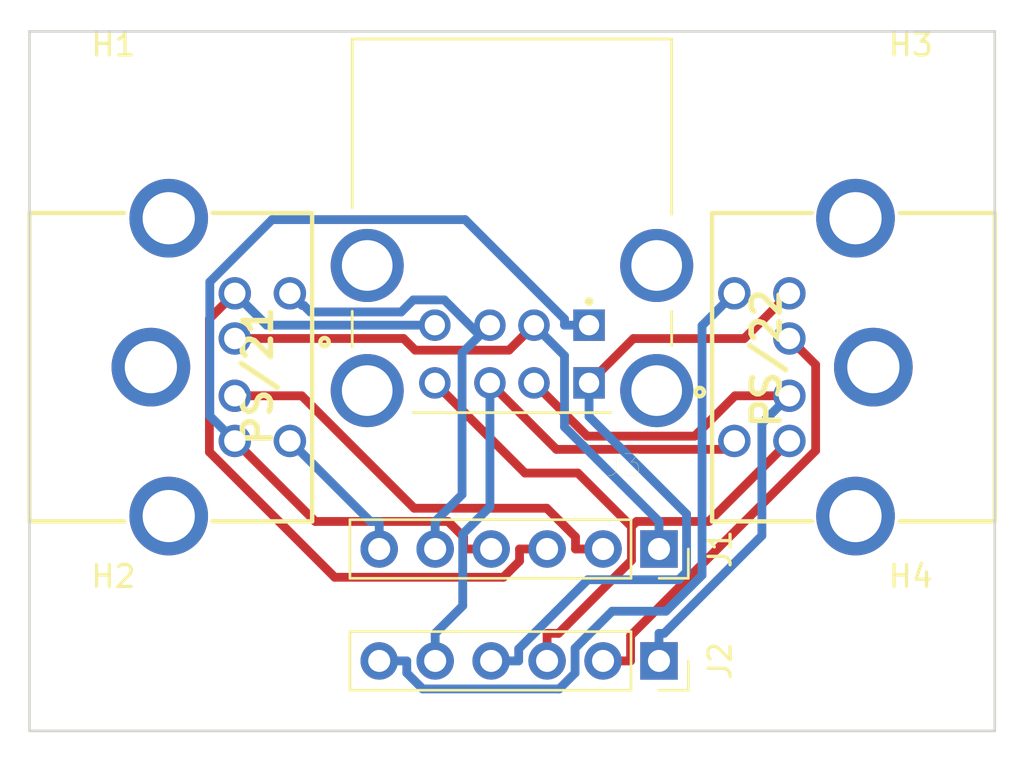
<source format=kicad_pcb>
(kicad_pcb (version 20171130) (host pcbnew "(5.1.5)-3")

  (general
    (thickness 1.6)
    (drawings 4)
    (tracks 104)
    (zones 0)
    (modules 9)
    (nets 17)
  )

  (page A4)
  (layers
    (0 F.Cu signal)
    (31 B.Cu signal)
    (32 B.Adhes user)
    (33 F.Adhes user)
    (34 B.Paste user)
    (35 F.Paste user)
    (36 B.SilkS user)
    (37 F.SilkS user)
    (38 B.Mask user)
    (39 F.Mask user)
    (40 Dwgs.User user)
    (41 Cmts.User user)
    (42 Eco1.User user)
    (43 Eco2.User user)
    (44 Edge.Cuts user)
    (45 Margin user)
    (46 B.CrtYd user)
    (47 F.CrtYd user)
    (48 B.Fab user)
    (49 F.Fab user)
  )

  (setup
    (last_trace_width 0.4)
    (trace_clearance 0.2)
    (zone_clearance 0.508)
    (zone_45_only no)
    (trace_min 0.2)
    (via_size 0.8)
    (via_drill 0.4)
    (via_min_size 0.4)
    (via_min_drill 0.3)
    (uvia_size 0.3)
    (uvia_drill 0.1)
    (uvias_allowed no)
    (uvia_min_size 0.2)
    (uvia_min_drill 0.1)
    (edge_width 0.05)
    (segment_width 0.2)
    (pcb_text_width 0.3)
    (pcb_text_size 1.5 1.5)
    (mod_edge_width 0.12)
    (mod_text_size 1 1)
    (mod_text_width 0.15)
    (pad_size 1.524 1.524)
    (pad_drill 0.762)
    (pad_to_mask_clearance 0.051)
    (solder_mask_min_width 0.25)
    (aux_axis_origin 0 0)
    (visible_elements 7FFFFFFF)
    (pcbplotparams
      (layerselection 0x010fc_ffffffff)
      (usegerberextensions false)
      (usegerberattributes false)
      (usegerberadvancedattributes false)
      (creategerberjobfile false)
      (excludeedgelayer true)
      (linewidth 0.100000)
      (plotframeref false)
      (viasonmask false)
      (mode 1)
      (useauxorigin false)
      (hpglpennumber 1)
      (hpglpenspeed 20)
      (hpglpendiameter 15.000000)
      (psnegative false)
      (psa4output false)
      (plotreference true)
      (plotvalue true)
      (plotinvisibletext false)
      (padsonsilk false)
      (subtractmaskfromsilk false)
      (outputformat 1)
      (mirror false)
      (drillshape 0)
      (scaleselection 1)
      (outputdirectory "gerber"))
  )

  (net 0 "")
  (net 1 "Net-(J1-Pad6)")
  (net 2 "Net-(J1-Pad5)")
  (net 3 "Net-(J1-Pad4)")
  (net 4 "Net-(J1-Pad3)")
  (net 5 "Net-(J1-Pad2)")
  (net 6 "Net-(J1-Pad1)")
  (net 7 "Net-(J2-Pad6)")
  (net 8 "Net-(J2-Pad5)")
  (net 9 "Net-(J2-Pad4)")
  (net 10 "Net-(J2-Pad3)")
  (net 11 "Net-(J2-Pad2)")
  (net 12 "Net-(J2-Pad1)")
  (net 13 "Net-(J3-PadP4)")
  (net 14 "Net-(J3-PadP3)")
  (net 15 "Net-(J3-PadP2)")
  (net 16 "Net-(J3-PadP1)")

  (net_class Default "This is the default net class."
    (clearance 0.2)
    (trace_width 0.4)
    (via_dia 0.8)
    (via_drill 0.4)
    (uvia_dia 0.3)
    (uvia_drill 0.1)
    (add_net "Net-(J1-Pad1)")
    (add_net "Net-(J1-Pad2)")
    (add_net "Net-(J1-Pad3)")
    (add_net "Net-(J1-Pad4)")
    (add_net "Net-(J1-Pad5)")
    (add_net "Net-(J1-Pad6)")
    (add_net "Net-(J2-Pad1)")
    (add_net "Net-(J2-Pad2)")
    (add_net "Net-(J2-Pad3)")
    (add_net "Net-(J2-Pad4)")
    (add_net "Net-(J2-Pad5)")
    (add_net "Net-(J2-Pad6)")
    (add_net "Net-(J3-PadP1)")
    (add_net "Net-(J3-PadP2)")
    (add_net "Net-(J3-PadP3)")
    (add_net "Net-(J3-PadP4)")
  )

  (module Local:TE_1903815-1 (layer F.Cu) (tedit 5E094081) (tstamp 5E098A47)
    (at 111.125 76.835 180)
    (path /5E098547)
    (fp_text reference J3 (at -1.577725 -6.366035) (layer F.SilkS)
      (effects (font (size 1.00174 1.00174) (thickness 0.015)))
    )
    (fp_text value 1903815-1 (at 3.37098 14.149115) (layer F.Fab)
      (effects (font (size 1.000291 1.000291) (thickness 0.015)))
    )
    (fp_line (start -5 13.24) (end -5 -4.97) (layer F.CrtYd) (width 0.05))
    (fp_line (start 12 13.24) (end -5 13.24) (layer F.CrtYd) (width 0.05))
    (fp_line (start 12 -4.97) (end 12 13.24) (layer F.CrtYd) (width 0.05))
    (fp_line (start -5 -4.97) (end 12 -4.97) (layer F.CrtYd) (width 0.05))
    (fp_circle (center 0 1.072) (end 0.1 1.072) (layer F.SilkS) (width 0.2))
    (fp_line (start -1 -3.97) (end 8 -3.97) (layer F.SilkS) (width 0.127))
    (fp_line (start 10.75 -1) (end 10.75 0.63) (layer F.SilkS) (width 0.127))
    (fp_line (start -3.75 -0.93) (end -3.75 0.63) (layer F.SilkS) (width 0.127))
    (fp_line (start 10.75 12.99) (end 10.75 5.33) (layer F.SilkS) (width 0.127))
    (fp_line (start -3.75 12.99) (end 10.75 12.99) (layer F.SilkS) (width 0.127))
    (fp_line (start -3.75 5.03) (end -3.75 12.99) (layer F.SilkS) (width 0.127))
    (fp_line (start 10.75 -3.97) (end -3.75 -3.97) (layer F.Fab) (width 0.127))
    (fp_line (start 10.75 12.99) (end 10.75 -3.97) (layer F.Fab) (width 0.127))
    (fp_line (start -3.75 12.99) (end 10.75 12.99) (layer F.Fab) (width 0.127))
    (fp_line (start -3.75 -3.97) (end -3.75 12.99) (layer F.Fab) (width 0.127))
    (pad P4 thru_hole circle (at 10.07 2.71 180) (size 3.316 3.316) (drill 2.3) (layers *.Cu *.Mask)
      (net 13 "Net-(J3-PadP4)"))
    (pad P3 thru_hole circle (at -3.07 2.71 180) (size 3.316 3.316) (drill 2.3) (layers *.Cu *.Mask)
      (net 14 "Net-(J3-PadP3)"))
    (pad P2 thru_hole circle (at 10.07 -2.97 180) (size 3.316 3.316) (drill 2.3) (layers *.Cu *.Mask)
      (net 15 "Net-(J3-PadP2)"))
    (pad P1 thru_hole circle (at -3.07 -2.97 180) (size 3.316 3.316) (drill 2.3) (layers *.Cu *.Mask)
      (net 16 "Net-(J3-PadP1)"))
    (pad 4 thru_hole circle (at 7 0 180) (size 1.428 1.428) (drill 0.92) (layers *.Cu *.Mask)
      (net 4 "Net-(J1-Pad3)"))
    (pad 3 thru_hole circle (at 4.5 0 180) (size 1.428 1.428) (drill 0.92) (layers *.Cu *.Mask)
      (net 2 "Net-(J1-Pad5)"))
    (pad 2 thru_hole circle (at 2.5 0 180) (size 1.428 1.428) (drill 0.92) (layers *.Cu *.Mask)
      (net 6 "Net-(J1-Pad1)"))
    (pad 1 thru_hole rect (at 0 0 180) (size 1.428 1.428) (drill 0.92) (layers *.Cu *.Mask)
      (net 3 "Net-(J1-Pad4)"))
    (pad 8 thru_hole circle (at 7 -2.62 180) (size 1.428 1.428) (drill 0.92) (layers *.Cu *.Mask)
      (net 10 "Net-(J2-Pad3)"))
    (pad 7 thru_hole circle (at 4.5 -2.62 180) (size 1.428 1.428) (drill 0.92) (layers *.Cu *.Mask)
      (net 8 "Net-(J2-Pad5)"))
    (pad 6 thru_hole circle (at 2.5 -2.62 180) (size 1.428 1.428) (drill 0.92) (layers *.Cu *.Mask)
      (net 12 "Net-(J2-Pad1)"))
    (pad 5 thru_hole rect (at 0 -2.62 180) (size 1.428 1.428) (drill 0.92) (layers *.Cu *.Mask)
      (net 9 "Net-(J2-Pad4)"))
    (model "C:/Users/John Bradley/Documents/KiCad/library/3dmodels/c-1903815-1-b-3d.stp"
      (offset (xyz 3.5 -13 8.5))
      (scale (xyz 1 1 1))
      (rotate (xyz 90 180 180))
    )
  )

  (module Local:5749180-1 (layer F.Cu) (tedit 5E094011) (tstamp 5E098A78)
    (at 129.54 78.74 270)
    (descr 5749180-1)
    (tags Connector)
    (path /5E0946EF)
    (fp_text reference PS/22 (at -0.399 10.362 90) (layer F.SilkS)
      (effects (font (size 1.27 1.27) (thickness 0.254)))
    )
    (fp_text value Mini-DIN-6 (at -0.399 10.362 90) (layer F.SilkS) hide
      (effects (font (size 1.27 1.27) (thickness 0.254)))
    )
    (fp_circle (center 1.132 13.393) (end 1.132 13.48396) (layer F.SilkS) (width 0.2))
    (fp_line (start 7 12.83) (end 7 8.3) (layer F.SilkS) (width 0.2))
    (fp_line (start 7 0) (end 7 4.3) (layer F.SilkS) (width 0.2))
    (fp_line (start -7 0) (end -7 4.3) (layer F.SilkS) (width 0.2))
    (fp_line (start -7 12.83) (end -7 8.3) (layer F.SilkS) (width 0.2))
    (fp_line (start 7 12.83) (end -7 12.83) (layer F.SilkS) (width 0.2))
    (fp_line (start -7 0) (end 7 0) (layer F.SilkS) (width 0.2))
    (fp_line (start -7 12.83) (end -7 0) (layer F.Fab) (width 0.2))
    (fp_line (start 7 12.83) (end -7 12.83) (layer F.Fab) (width 0.2))
    (fp_line (start 7 0) (end 7 12.83) (layer F.Fab) (width 0.2))
    (fp_line (start -7 0) (end 7 0) (layer F.Fab) (width 0.2))
    (fp_text user %R (at -0.399 10.362 90) (layer F.Fab)
      (effects (font (size 1.27 1.27) (thickness 0.254)))
    )
    (pad 9 thru_hole circle (at 6.76 6.32 270) (size 3.57 3.57) (drill 2.37) (layers *.Cu *.Mask))
    (pad 8 thru_hole circle (at 0 5.51 270) (size 3.57 3.57) (drill 2.37) (layers *.Cu *.Mask))
    (pad 7 thru_hole circle (at -6.76 6.32 270) (size 3.57 3.57) (drill 2.37) (layers *.Cu *.Mask))
    (pad 6 thru_hole circle (at -3.35 11.82 270) (size 1.47 1.47) (drill 0.97) (layers *.Cu *.Mask)
      (net 7 "Net-(J2-Pad6)"))
    (pad 5 thru_hole circle (at 3.35 11.82 270) (size 1.47 1.47) (drill 0.97) (layers *.Cu *.Mask)
      (net 8 "Net-(J2-Pad5)"))
    (pad 4 thru_hole circle (at -3.35 9.32 270) (size 1.47 1.47) (drill 0.97) (layers *.Cu *.Mask)
      (net 9 "Net-(J2-Pad4)"))
    (pad 3 thru_hole circle (at 3.35 9.32 270) (size 1.47 1.47) (drill 0.97) (layers *.Cu *.Mask)
      (net 10 "Net-(J2-Pad3)"))
    (pad 2 thru_hole circle (at -1.3 9.32 270) (size 1.47 1.47) (drill 0.97) (layers *.Cu *.Mask)
      (net 11 "Net-(J2-Pad2)"))
    (pad 1 thru_hole circle (at 1.3 9.32 270) (size 1.47 1.47) (drill 0.97) (layers *.Cu *.Mask)
      (net 12 "Net-(J2-Pad1)"))
    (model "C:/Users/John Bradley/Documents/KiCad/library/Local/Mini-DIN-6P.step"
      (offset (xyz -0 -0.6858 6.4262))
      (scale (xyz 1 1 1))
      (rotate (xyz 0 0 90))
    )
  )

  (module Connector_PinSocket_2.54mm:PinSocket_1x06_P2.54mm_Vertical (layer F.Cu) (tedit 5A19A430) (tstamp 5E098A28)
    (at 114.3 92.075 270)
    (descr "Through hole straight socket strip, 1x06, 2.54mm pitch, single row (from Kicad 4.0.7), script generated")
    (tags "Through hole socket strip THT 1x06 2.54mm single row")
    (path /5E0946F9)
    (fp_text reference J2 (at 0 -2.77 90) (layer F.SilkS)
      (effects (font (size 1 1) (thickness 0.15)))
    )
    (fp_text value Conn_01x06 (at 0 15.47 90) (layer F.Fab)
      (effects (font (size 1 1) (thickness 0.15)))
    )
    (fp_text user %R (at 0 6.35) (layer F.Fab)
      (effects (font (size 1 1) (thickness 0.15)))
    )
    (fp_line (start -1.8 14.45) (end -1.8 -1.8) (layer F.CrtYd) (width 0.05))
    (fp_line (start 1.75 14.45) (end -1.8 14.45) (layer F.CrtYd) (width 0.05))
    (fp_line (start 1.75 -1.8) (end 1.75 14.45) (layer F.CrtYd) (width 0.05))
    (fp_line (start -1.8 -1.8) (end 1.75 -1.8) (layer F.CrtYd) (width 0.05))
    (fp_line (start 0 -1.33) (end 1.33 -1.33) (layer F.SilkS) (width 0.12))
    (fp_line (start 1.33 -1.33) (end 1.33 0) (layer F.SilkS) (width 0.12))
    (fp_line (start 1.33 1.27) (end 1.33 14.03) (layer F.SilkS) (width 0.12))
    (fp_line (start -1.33 14.03) (end 1.33 14.03) (layer F.SilkS) (width 0.12))
    (fp_line (start -1.33 1.27) (end -1.33 14.03) (layer F.SilkS) (width 0.12))
    (fp_line (start -1.33 1.27) (end 1.33 1.27) (layer F.SilkS) (width 0.12))
    (fp_line (start -1.27 13.97) (end -1.27 -1.27) (layer F.Fab) (width 0.1))
    (fp_line (start 1.27 13.97) (end -1.27 13.97) (layer F.Fab) (width 0.1))
    (fp_line (start 1.27 -0.635) (end 1.27 13.97) (layer F.Fab) (width 0.1))
    (fp_line (start 0.635 -1.27) (end 1.27 -0.635) (layer F.Fab) (width 0.1))
    (fp_line (start -1.27 -1.27) (end 0.635 -1.27) (layer F.Fab) (width 0.1))
    (pad 6 thru_hole oval (at 0 12.7 270) (size 1.7 1.7) (drill 1) (layers *.Cu *.Mask)
      (net 7 "Net-(J2-Pad6)"))
    (pad 5 thru_hole oval (at 0 10.16 270) (size 1.7 1.7) (drill 1) (layers *.Cu *.Mask)
      (net 8 "Net-(J2-Pad5)"))
    (pad 4 thru_hole oval (at 0 7.62 270) (size 1.7 1.7) (drill 1) (layers *.Cu *.Mask)
      (net 9 "Net-(J2-Pad4)"))
    (pad 3 thru_hole oval (at 0 5.08 270) (size 1.7 1.7) (drill 1) (layers *.Cu *.Mask)
      (net 10 "Net-(J2-Pad3)"))
    (pad 2 thru_hole oval (at 0 2.54 270) (size 1.7 1.7) (drill 1) (layers *.Cu *.Mask)
      (net 11 "Net-(J2-Pad2)"))
    (pad 1 thru_hole rect (at 0 0 270) (size 1.7 1.7) (drill 1) (layers *.Cu *.Mask)
      (net 12 "Net-(J2-Pad1)"))
    (model ${KISYS3DMOD}/Connector_PinSocket_2.54mm.3dshapes/PinSocket_1x06_P2.54mm_Vertical.wrl
      (at (xyz 0 0 0))
      (scale (xyz 1 1 1))
      (rotate (xyz 0 0 0))
    )
  )

  (module MountingHole:MountingHole_2.1mm (layer F.Cu) (tedit 5B924765) (tstamp 5DE36725)
    (at 125.73 91.44)
    (descr "Mounting Hole 2.1mm, no annular")
    (tags "mounting hole 2.1mm no annular")
    (path /5DE6DA0F)
    (attr virtual)
    (fp_text reference H4 (at 0 -3.2) (layer F.SilkS)
      (effects (font (size 1 1) (thickness 0.15)))
    )
    (fp_text value MountingHole (at 0 3.2) (layer F.Fab)
      (effects (font (size 1 1) (thickness 0.15)))
    )
    (fp_circle (center 0 0) (end 2.35 0) (layer F.CrtYd) (width 0.05))
    (fp_circle (center 0 0) (end 2.1 0) (layer Cmts.User) (width 0.15))
    (fp_text user %R (at 0.3 0) (layer F.Fab)
      (effects (font (size 1 1) (thickness 0.15)))
    )
    (pad "" np_thru_hole circle (at 0 0) (size 2.1 2.1) (drill 2.1) (layers *.Cu *.Mask))
  )

  (module MountingHole:MountingHole_2.1mm (layer F.Cu) (tedit 5B924765) (tstamp 5DE3671D)
    (at 125.73 67.31)
    (descr "Mounting Hole 2.1mm, no annular")
    (tags "mounting hole 2.1mm no annular")
    (path /5DE6D773)
    (attr virtual)
    (fp_text reference H3 (at 0 -3.2) (layer F.SilkS)
      (effects (font (size 1 1) (thickness 0.15)))
    )
    (fp_text value MountingHole (at 0 3.2) (layer F.Fab)
      (effects (font (size 1 1) (thickness 0.15)))
    )
    (fp_circle (center 0 0) (end 2.35 0) (layer F.CrtYd) (width 0.05))
    (fp_circle (center 0 0) (end 2.1 0) (layer Cmts.User) (width 0.15))
    (fp_text user %R (at 0.3 0) (layer F.Fab)
      (effects (font (size 1 1) (thickness 0.15)))
    )
    (pad "" np_thru_hole circle (at 0 0) (size 2.1 2.1) (drill 2.1) (layers *.Cu *.Mask))
  )

  (module MountingHole:MountingHole_2.1mm (layer F.Cu) (tedit 5B924765) (tstamp 5DE36715)
    (at 89.535 91.44)
    (descr "Mounting Hole 2.1mm, no annular")
    (tags "mounting hole 2.1mm no annular")
    (path /5DE6D4A2)
    (attr virtual)
    (fp_text reference H2 (at 0 -3.2) (layer F.SilkS)
      (effects (font (size 1 1) (thickness 0.15)))
    )
    (fp_text value MountingHole (at 0 3.2) (layer F.Fab)
      (effects (font (size 1 1) (thickness 0.15)))
    )
    (fp_circle (center 0 0) (end 2.35 0) (layer F.CrtYd) (width 0.05))
    (fp_circle (center 0 0) (end 2.1 0) (layer Cmts.User) (width 0.15))
    (fp_text user %R (at 0.3 0) (layer F.Fab)
      (effects (font (size 1 1) (thickness 0.15)))
    )
    (pad "" np_thru_hole circle (at 0 0) (size 2.1 2.1) (drill 2.1) (layers *.Cu *.Mask))
  )

  (module MountingHole:MountingHole_2.1mm (layer F.Cu) (tedit 5B924765) (tstamp 5DE3670D)
    (at 89.535 67.31)
    (descr "Mounting Hole 2.1mm, no annular")
    (tags "mounting hole 2.1mm no annular")
    (path /5DE6D084)
    (attr virtual)
    (fp_text reference H1 (at 0 -3.2) (layer F.SilkS)
      (effects (font (size 1 1) (thickness 0.15)))
    )
    (fp_text value MountingHole (at 0 3.2) (layer F.Fab)
      (effects (font (size 1 1) (thickness 0.15)))
    )
    (fp_circle (center 0 0) (end 2.35 0) (layer F.CrtYd) (width 0.05))
    (fp_circle (center 0 0) (end 2.1 0) (layer Cmts.User) (width 0.15))
    (fp_text user %R (at 0.3 0) (layer F.Fab)
      (effects (font (size 1 1) (thickness 0.15)))
    )
    (pad "" np_thru_hole circle (at 0 0) (size 2.1 2.1) (drill 2.1) (layers *.Cu *.Mask))
  )

  (module Connector_PinSocket_2.54mm:PinSocket_1x06_P2.54mm_Vertical (layer F.Cu) (tedit 5A19A430) (tstamp 5DE363CF)
    (at 114.3 86.995 270)
    (descr "Through hole straight socket strip, 1x06, 2.54mm pitch, single row (from Kicad 4.0.7), script generated")
    (tags "Through hole socket strip THT 1x06 2.54mm single row")
    (path /5DE6A0F9)
    (fp_text reference J1 (at 0 -2.77 90) (layer F.SilkS)
      (effects (font (size 1 1) (thickness 0.15)))
    )
    (fp_text value Conn_01x06 (at 0 15.47 90) (layer F.Fab)
      (effects (font (size 1 1) (thickness 0.15)))
    )
    (fp_text user %R (at 0 6.35) (layer F.Fab)
      (effects (font (size 1 1) (thickness 0.15)))
    )
    (fp_line (start -1.8 14.45) (end -1.8 -1.8) (layer F.CrtYd) (width 0.05))
    (fp_line (start 1.75 14.45) (end -1.8 14.45) (layer F.CrtYd) (width 0.05))
    (fp_line (start 1.75 -1.8) (end 1.75 14.45) (layer F.CrtYd) (width 0.05))
    (fp_line (start -1.8 -1.8) (end 1.75 -1.8) (layer F.CrtYd) (width 0.05))
    (fp_line (start 0 -1.33) (end 1.33 -1.33) (layer F.SilkS) (width 0.12))
    (fp_line (start 1.33 -1.33) (end 1.33 0) (layer F.SilkS) (width 0.12))
    (fp_line (start 1.33 1.27) (end 1.33 14.03) (layer F.SilkS) (width 0.12))
    (fp_line (start -1.33 14.03) (end 1.33 14.03) (layer F.SilkS) (width 0.12))
    (fp_line (start -1.33 1.27) (end -1.33 14.03) (layer F.SilkS) (width 0.12))
    (fp_line (start -1.33 1.27) (end 1.33 1.27) (layer F.SilkS) (width 0.12))
    (fp_line (start -1.27 13.97) (end -1.27 -1.27) (layer F.Fab) (width 0.1))
    (fp_line (start 1.27 13.97) (end -1.27 13.97) (layer F.Fab) (width 0.1))
    (fp_line (start 1.27 -0.635) (end 1.27 13.97) (layer F.Fab) (width 0.1))
    (fp_line (start 0.635 -1.27) (end 1.27 -0.635) (layer F.Fab) (width 0.1))
    (fp_line (start -1.27 -1.27) (end 0.635 -1.27) (layer F.Fab) (width 0.1))
    (pad 6 thru_hole oval (at 0 12.7 270) (size 1.7 1.7) (drill 1) (layers *.Cu *.Mask)
      (net 1 "Net-(J1-Pad6)"))
    (pad 5 thru_hole oval (at 0 10.16 270) (size 1.7 1.7) (drill 1) (layers *.Cu *.Mask)
      (net 2 "Net-(J1-Pad5)"))
    (pad 4 thru_hole oval (at 0 7.62 270) (size 1.7 1.7) (drill 1) (layers *.Cu *.Mask)
      (net 3 "Net-(J1-Pad4)"))
    (pad 3 thru_hole oval (at 0 5.08 270) (size 1.7 1.7) (drill 1) (layers *.Cu *.Mask)
      (net 4 "Net-(J1-Pad3)"))
    (pad 2 thru_hole oval (at 0 2.54 270) (size 1.7 1.7) (drill 1) (layers *.Cu *.Mask)
      (net 5 "Net-(J1-Pad2)"))
    (pad 1 thru_hole rect (at 0 0 270) (size 1.7 1.7) (drill 1) (layers *.Cu *.Mask)
      (net 6 "Net-(J1-Pad1)"))
    (model ${KISYS3DMOD}/Connector_PinSocket_2.54mm.3dshapes/PinSocket_1x06_P2.54mm_Vertical.wrl
      (at (xyz 0 0 0))
      (scale (xyz 1 1 1))
      (rotate (xyz 0 0 0))
    )
  )

  (module Local:5749180-1 (layer F.Cu) (tedit 5E094011) (tstamp 5DE36219)
    (at 85.725 78.74 90)
    (descr 5749180-1)
    (tags Connector)
    (path /5DE69561)
    (fp_text reference PS/21 (at -0.399 10.362 90) (layer F.SilkS)
      (effects (font (size 1.27 1.27) (thickness 0.254)))
    )
    (fp_text value Mini-DIN-6 (at -0.399 10.362 90) (layer F.SilkS) hide
      (effects (font (size 1.27 1.27) (thickness 0.254)))
    )
    (fp_circle (center 1.132 13.393) (end 1.132 13.48396) (layer F.SilkS) (width 0.2))
    (fp_line (start 7 12.83) (end 7 8.3) (layer F.SilkS) (width 0.2))
    (fp_line (start 7 0) (end 7 4.3) (layer F.SilkS) (width 0.2))
    (fp_line (start -7 0) (end -7 4.3) (layer F.SilkS) (width 0.2))
    (fp_line (start -7 12.83) (end -7 8.3) (layer F.SilkS) (width 0.2))
    (fp_line (start 7 12.83) (end -7 12.83) (layer F.SilkS) (width 0.2))
    (fp_line (start -7 0) (end 7 0) (layer F.SilkS) (width 0.2))
    (fp_line (start -7 12.83) (end -7 0) (layer F.Fab) (width 0.2))
    (fp_line (start 7 12.83) (end -7 12.83) (layer F.Fab) (width 0.2))
    (fp_line (start 7 0) (end 7 12.83) (layer F.Fab) (width 0.2))
    (fp_line (start -7 0) (end 7 0) (layer F.Fab) (width 0.2))
    (fp_text user %R (at -0.399 10.362 90) (layer F.Fab)
      (effects (font (size 1.27 1.27) (thickness 0.254)))
    )
    (pad 9 thru_hole circle (at 6.76 6.32 90) (size 3.57 3.57) (drill 2.37) (layers *.Cu *.Mask))
    (pad 8 thru_hole circle (at 0 5.51 90) (size 3.57 3.57) (drill 2.37) (layers *.Cu *.Mask))
    (pad 7 thru_hole circle (at -6.76 6.32 90) (size 3.57 3.57) (drill 2.37) (layers *.Cu *.Mask))
    (pad 6 thru_hole circle (at -3.35 11.82 90) (size 1.47 1.47) (drill 0.97) (layers *.Cu *.Mask)
      (net 1 "Net-(J1-Pad6)"))
    (pad 5 thru_hole circle (at 3.35 11.82 90) (size 1.47 1.47) (drill 0.97) (layers *.Cu *.Mask)
      (net 2 "Net-(J1-Pad5)"))
    (pad 4 thru_hole circle (at -3.35 9.32 90) (size 1.47 1.47) (drill 0.97) (layers *.Cu *.Mask)
      (net 3 "Net-(J1-Pad4)"))
    (pad 3 thru_hole circle (at 3.35 9.32 90) (size 1.47 1.47) (drill 0.97) (layers *.Cu *.Mask)
      (net 4 "Net-(J1-Pad3)"))
    (pad 2 thru_hole circle (at -1.3 9.32 90) (size 1.47 1.47) (drill 0.97) (layers *.Cu *.Mask)
      (net 5 "Net-(J1-Pad2)"))
    (pad 1 thru_hole circle (at 1.3 9.32 90) (size 1.47 1.47) (drill 0.97) (layers *.Cu *.Mask)
      (net 6 "Net-(J1-Pad1)"))
    (model "C:/Users/John Bradley/Documents/KiCad/library/Local/Mini-DIN-6P.step"
      (offset (xyz -0 -0.6858 6.4262))
      (scale (xyz 1 1 1))
      (rotate (xyz 0 0 90))
    )
  )

  (gr_line (start 85.725 95.25) (end 85.725 63.5) (layer Edge.Cuts) (width 0.12) (tstamp 5DE36464))
  (gr_line (start 129.54 95.25) (end 85.725 95.25) (layer Edge.Cuts) (width 0.12))
  (gr_line (start 129.54 63.5) (end 129.54 95.25) (layer Edge.Cuts) (width 0.12))
  (gr_line (start 85.725 63.5) (end 129.54 63.5) (layer Edge.Cuts) (width 0.12))

  (segment (start 101.6 86.995) (end 101.6 85.7447) (width 0.4) (layer B.Cu) (net 1))
  (segment (start 101.6 85.7447) (end 101.1997 85.7447) (width 0.4) (layer B.Cu) (net 1))
  (segment (start 101.1997 85.7447) (end 97.545 82.09) (width 0.4) (layer B.Cu) (net 1))
  (segment (start 106.1632 77.2968) (end 104.5537 75.6874) (width 0.4) (layer B.Cu) (net 2))
  (segment (start 104.5537 75.6874) (end 103.1466 75.6874) (width 0.4) (layer B.Cu) (net 2))
  (segment (start 103.1466 75.6874) (end 102.5994 76.2346) (width 0.4) (layer B.Cu) (net 2))
  (segment (start 102.5994 76.2346) (end 98.4722 76.2346) (width 0.4) (layer B.Cu) (net 2))
  (segment (start 98.4722 76.2346) (end 98.172 75.9344) (width 0.4) (layer B.Cu) (net 2))
  (segment (start 98.172 75.9344) (end 98.0894 75.9344) (width 0.4) (layer B.Cu) (net 2))
  (segment (start 98.0894 75.9344) (end 97.545 75.39) (width 0.4) (layer B.Cu) (net 2))
  (segment (start 106.1632 77.2968) (end 106.625 76.835) (width 0.4) (layer B.Cu) (net 2))
  (segment (start 104.14 85.7447) (end 105.36 84.5247) (width 0.4) (layer B.Cu) (net 2))
  (segment (start 105.36 84.5247) (end 105.36 78.1) (width 0.4) (layer B.Cu) (net 2))
  (segment (start 105.36 78.1) (end 106.1632 77.2968) (width 0.4) (layer B.Cu) (net 2))
  (segment (start 104.14 86.995) (end 104.14 85.7447) (width 0.4) (layer B.Cu) (net 2))
  (segment (start 111.125 76.835) (end 110.0107 76.835) (width 0.4) (layer B.Cu) (net 3))
  (segment (start 95.045 82.09) (end 93.9096 80.9546) (width 0.4) (layer B.Cu) (net 3))
  (segment (start 93.9096 80.9546) (end 93.9096 74.8717) (width 0.4) (layer B.Cu) (net 3))
  (segment (start 93.9096 74.8717) (end 96.738 72.0433) (width 0.4) (layer B.Cu) (net 3))
  (segment (start 96.738 72.0433) (end 105.4976 72.0433) (width 0.4) (layer B.Cu) (net 3))
  (segment (start 105.4976 72.0433) (end 110.0107 76.5564) (width 0.4) (layer B.Cu) (net 3))
  (segment (start 110.0107 76.5564) (end 110.0107 76.835) (width 0.4) (layer B.Cu) (net 3))
  (segment (start 106.68 86.995) (end 105.4297 86.995) (width 0.4) (layer F.Cu) (net 3))
  (segment (start 105.4297 86.995) (end 105.4297 86.4479) (width 0.4) (layer F.Cu) (net 3))
  (segment (start 105.4297 86.4479) (end 104.7265 85.7447) (width 0.4) (layer F.Cu) (net 3))
  (segment (start 104.7265 85.7447) (end 98.6997 85.7447) (width 0.4) (layer F.Cu) (net 3))
  (segment (start 98.6997 85.7447) (end 95.045 82.09) (width 0.4) (layer F.Cu) (net 3))
  (segment (start 109.22 86.995) (end 107.9697 86.995) (width 0.4) (layer F.Cu) (net 4))
  (segment (start 107.9697 86.995) (end 107.9697 87.542) (width 0.4) (layer F.Cu) (net 4))
  (segment (start 107.9697 87.542) (end 107.234 88.2777) (width 0.4) (layer F.Cu) (net 4))
  (segment (start 107.234 88.2777) (end 99.5795 88.2777) (width 0.4) (layer F.Cu) (net 4))
  (segment (start 99.5795 88.2777) (end 93.892 82.5902) (width 0.4) (layer F.Cu) (net 4))
  (segment (start 93.892 82.5902) (end 93.892 76.543) (width 0.4) (layer F.Cu) (net 4))
  (segment (start 93.892 76.543) (end 95.045 75.39) (width 0.4) (layer F.Cu) (net 4))
  (segment (start 95.045 75.39) (end 96.49 76.835) (width 0.4) (layer B.Cu) (net 4))
  (segment (start 96.49 76.835) (end 104.125 76.835) (width 0.4) (layer B.Cu) (net 4))
  (segment (start 111.76 86.995) (end 110.5097 86.995) (width 0.4) (layer F.Cu) (net 5))
  (segment (start 110.5097 86.995) (end 110.5097 86.448) (width 0.4) (layer F.Cu) (net 5))
  (segment (start 110.5097 86.448) (end 109.206 85.1443) (width 0.4) (layer F.Cu) (net 5))
  (segment (start 109.206 85.1443) (end 103.1863 85.1443) (width 0.4) (layer F.Cu) (net 5))
  (segment (start 103.1863 85.1443) (end 98.082 80.04) (width 0.4) (layer F.Cu) (net 5))
  (segment (start 98.082 80.04) (end 95.045 80.04) (width 0.4) (layer F.Cu) (net 5))
  (segment (start 108.625 76.835) (end 107.4907 77.9693) (width 0.4) (layer F.Cu) (net 6))
  (segment (start 107.4907 77.9693) (end 103.2333 77.9693) (width 0.4) (layer F.Cu) (net 6))
  (segment (start 103.2333 77.9693) (end 102.704 77.44) (width 0.4) (layer F.Cu) (net 6))
  (segment (start 102.704 77.44) (end 95.045 77.44) (width 0.4) (layer F.Cu) (net 6))
  (segment (start 114.3 85.7447) (end 110.0106 81.4553) (width 0.4) (layer B.Cu) (net 6))
  (segment (start 110.0106 81.4553) (end 110.0106 78.2206) (width 0.4) (layer B.Cu) (net 6))
  (segment (start 110.0106 78.2206) (end 108.625 76.835) (width 0.4) (layer B.Cu) (net 6))
  (segment (start 114.3 86.995) (end 114.3 85.7447) (width 0.4) (layer B.Cu) (net 6))
  (segment (start 101.6 92.075) (end 102.8503 92.075) (width 0.4) (layer B.Cu) (net 7))
  (segment (start 102.8503 92.075) (end 102.8503 92.622) (width 0.4) (layer B.Cu) (net 7))
  (segment (start 102.8503 92.622) (end 103.5756 93.3473) (width 0.4) (layer B.Cu) (net 7))
  (segment (start 103.5756 93.3473) (end 109.7683 93.3473) (width 0.4) (layer B.Cu) (net 7))
  (segment (start 109.7683 93.3473) (end 110.49 92.6256) (width 0.4) (layer B.Cu) (net 7))
  (segment (start 110.49 92.6256) (end 110.49 91.5) (width 0.4) (layer B.Cu) (net 7))
  (segment (start 110.49 91.5) (end 112.1702 89.8198) (width 0.4) (layer B.Cu) (net 7))
  (segment (start 112.1702 89.8198) (end 114.6173 89.8198) (width 0.4) (layer B.Cu) (net 7))
  (segment (start 114.6173 89.8198) (end 116.2534 88.1837) (width 0.4) (layer B.Cu) (net 7))
  (segment (start 116.2534 88.1837) (end 116.2534 76.8566) (width 0.4) (layer B.Cu) (net 7))
  (segment (start 116.2534 76.8566) (end 117.72 75.39) (width 0.4) (layer B.Cu) (net 7))
  (segment (start 104.14 92.075) (end 104.14 90.8247) (width 0.4) (layer B.Cu) (net 8))
  (segment (start 104.14 90.8247) (end 105.3903 89.5744) (width 0.4) (layer B.Cu) (net 8))
  (segment (start 105.3903 89.5744) (end 105.3903 86.3147) (width 0.4) (layer B.Cu) (net 8))
  (segment (start 105.3903 86.3147) (end 106.625 85.08) (width 0.4) (layer B.Cu) (net 8))
  (segment (start 106.625 85.08) (end 106.625 79.455) (width 0.4) (layer B.Cu) (net 8))
  (segment (start 106.625 79.455) (end 109.6428 82.4728) (width 0.4) (layer F.Cu) (net 8))
  (segment (start 109.6428 82.4728) (end 117.3372 82.4728) (width 0.4) (layer F.Cu) (net 8))
  (segment (start 117.3372 82.4728) (end 117.72 82.09) (width 0.4) (layer F.Cu) (net 8))
  (segment (start 106.68 92.075) (end 107.9303 92.075) (width 0.4) (layer B.Cu) (net 9))
  (segment (start 107.9303 92.075) (end 107.9303 91.528) (width 0.4) (layer B.Cu) (net 9))
  (segment (start 107.9303 91.528) (end 111.068 88.3903) (width 0.4) (layer B.Cu) (net 9))
  (segment (start 111.068 88.3903) (end 115.1967 88.3903) (width 0.4) (layer B.Cu) (net 9))
  (segment (start 115.1967 88.3903) (end 115.5504 88.0366) (width 0.4) (layer B.Cu) (net 9))
  (segment (start 115.5504 88.0366) (end 115.5504 85.409) (width 0.4) (layer B.Cu) (net 9))
  (segment (start 115.5504 85.409) (end 111.125 80.9836) (width 0.4) (layer B.Cu) (net 9))
  (segment (start 111.125 80.9836) (end 111.125 79.455) (width 0.4) (layer B.Cu) (net 9))
  (segment (start 120.22 75.39) (end 118.1672 77.4428) (width 0.4) (layer F.Cu) (net 9))
  (segment (start 118.1672 77.4428) (end 113.1372 77.4428) (width 0.4) (layer F.Cu) (net 9))
  (segment (start 113.1372 77.4428) (end 111.125 79.455) (width 0.4) (layer F.Cu) (net 9))
  (segment (start 104.125 79.455) (end 108.2178 83.5478) (width 0.4) (layer F.Cu) (net 10))
  (segment (start 108.2178 83.5478) (end 110.6181 83.5478) (width 0.4) (layer F.Cu) (net 10))
  (segment (start 110.6181 83.5478) (end 113.0496 85.9793) (width 0.4) (layer F.Cu) (net 10))
  (segment (start 113.0496 85.9793) (end 113.0496 87.5132) (width 0.4) (layer F.Cu) (net 10))
  (segment (start 113.0496 87.5132) (end 109.7381 90.8247) (width 0.4) (layer F.Cu) (net 10))
  (segment (start 109.7381 90.8247) (end 109.22 90.8247) (width 0.4) (layer F.Cu) (net 10))
  (segment (start 120.22 82.09) (end 116.5653 85.7447) (width 0.4) (layer F.Cu) (net 10))
  (segment (start 116.5653 85.7447) (end 113.2842 85.7447) (width 0.4) (layer F.Cu) (net 10))
  (segment (start 113.2842 85.7447) (end 113.0496 85.9793) (width 0.4) (layer F.Cu) (net 10))
  (segment (start 109.22 92.075) (end 109.22 90.8247) (width 0.4) (layer F.Cu) (net 10))
  (segment (start 111.76 92.075) (end 113.0103 92.075) (width 0.4) (layer F.Cu) (net 11))
  (segment (start 113.0103 92.075) (end 113.0103 90.9292) (width 0.4) (layer F.Cu) (net 11))
  (segment (start 113.0103 90.9292) (end 121.41 82.5295) (width 0.4) (layer F.Cu) (net 11))
  (segment (start 121.41 82.5295) (end 121.41 78.63) (width 0.4) (layer F.Cu) (net 11))
  (segment (start 121.41 78.63) (end 120.22 77.44) (width 0.4) (layer F.Cu) (net 11))
  (segment (start 120.22 80.04) (end 117.7502 80.04) (width 0.4) (layer F.Cu) (net 12))
  (segment (start 117.7502 80.04) (end 115.9178 81.8724) (width 0.4) (layer F.Cu) (net 12))
  (segment (start 115.9178 81.8724) (end 111.0424 81.8724) (width 0.4) (layer F.Cu) (net 12))
  (segment (start 111.0424 81.8724) (end 108.625 79.455) (width 0.4) (layer F.Cu) (net 12))
  (segment (start 114.3 92.075) (end 114.3 90.8247) (width 0.4) (layer B.Cu) (net 12))
  (segment (start 114.3 90.8247) (end 114.5344 90.8247) (width 0.4) (layer B.Cu) (net 12))
  (segment (start 114.5344 90.8247) (end 118.97 86.3891) (width 0.4) (layer B.Cu) (net 12))
  (segment (start 118.97 86.3891) (end 118.97 81.29) (width 0.4) (layer B.Cu) (net 12))
  (segment (start 118.97 81.29) (end 120.22 80.04) (width 0.4) (layer B.Cu) (net 12))

)

</source>
